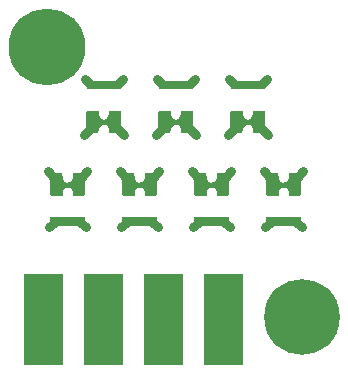
<source format=gbr>
G04 start of page 5 for group -4063 idx -4063 *
G04 Title: LED carrier v. 0.1, componentmask *
G04 Creator: pcb 1.99x *
G04 CreationDate: Sat Jul 25 11:21:37 2009 UTC *
G04 For: davidellsworth *
G04 Format: Gerber/RS-274X *
G04 PCB-Dimensions: 120000 122000 *
G04 PCB-Coordinate-Origin: lower left *
%MOIN*%
%FSLAX24Y24*%
%LNFRONTMASK*%
%ADD16C,0.0150*%
%ADD19C,0.0290*%
%ADD21C,0.0080*%
%ADD22R,0.0380X0.0380*%
%ADD23C,0.0050*%
%ADD24C,0.0020*%
%ADD25C,0.0100*%
%ADD26C,0.2520*%
%ADD27C,0.2560*%
%ADD28R,0.1320X0.1320*%
%ADD29R,0.0280X0.0280*%
G54D26*X10100Y1600D03*
G54D27*X1600Y10600D03*
G54D28*X1500Y2350D02*Y650D01*
X3500Y2350D02*Y650D01*
X5500Y2350D02*Y650D01*
X7500Y2350D02*Y650D01*
G54D19*X7560Y4740D02*X7720Y4580D01*
G54D29*X7210Y4770D02*X7530D01*
G54D19*X9960Y4740D02*X10120Y4580D01*
G54D29*X9610Y4770D02*X9930D01*
G54D19*X8870Y4580D02*X9030Y4740D01*
G54D29*X9060Y4770D02*X9380D01*
G54D19*X6470Y4580D02*X6630Y4740D01*
G54D29*X6660Y4770D02*X6980D01*
G54D19*X5160Y4740D02*X5320Y4580D01*
G54D29*X4810Y4770D02*X5130D01*
G54D19*X4070Y4580D02*X4230Y4740D01*
X2760D02*X2920Y4580D01*
G54D29*X2410Y4770D02*X2730D01*
G54D19*X1670Y4580D02*X1830Y4740D01*
G54D29*X1860Y4770D02*X2180D01*
X4260D02*X4580D01*
G54D19*X6340Y7880D02*X6570Y7650D01*
G54D21*X6120Y8310D02*Y7760D01*
G54D22*X6280Y8270D02*Y7910D01*
G54D21*X6460Y8420D02*Y7820D01*
G54D23*X6060Y8210D02*X6110Y8340D01*
G54D24*X6090Y8450D02*Y7810D01*
G54D23*X6070Y7970D02*X6120Y7840D01*
G54D19*X6370Y9360D02*X6530Y9520D01*
G54D29*X6020Y9330D02*X6340D01*
G54D19*X7680Y9520D02*X7840Y9360D01*
G54D29*X7870Y9330D02*X8190D01*
G54D19*X8770Y9360D02*X8930Y9520D01*
G54D29*X8420Y9330D02*X8740D01*
G54D19*X5280Y9520D02*X5440Y9360D01*
G54D29*X5470Y9330D02*X5790D01*
G54D19*X2880Y9520D02*X3040Y9360D01*
G54D29*X3070Y9330D02*X3390D01*
G54D19*X3970Y9360D02*X4130Y9520D01*
G54D29*X3620Y9330D02*X3940D01*
G54D19*X5240Y7650D02*X5470Y7880D01*
G54D21*X5350Y8420D02*Y7800D01*
G54D22*X5530Y8270D02*Y7910D01*
G54D24*X5720Y8450D02*Y7810D01*
G54D21*X5690Y8380D02*Y7760D01*
G54D23*X5770Y8010D02*X5920Y8070D01*
G54D25*X6010Y8060D02*X6110Y7970D01*
G54D23*X5910Y8060D02*X6060Y8010D01*
X5700Y8330D02*X5750Y8210D01*
G54D25*X5670Y8270D02*X5800Y8140D01*
X5700Y7960D02*X5800Y8060D01*
G54D23*X5700Y7860D02*X5750Y8000D01*
G54D24*X6090Y8450D02*Y7820D01*
G54D23*X5900Y8140D02*X6050Y8190D01*
G54D16*X5710Y8100D02*X6100D01*
G54D23*X5770Y8190D02*X5920Y8140D01*
G54D25*X6010D02*X6110Y8240D01*
G54D16*X8110Y8100D02*X8500D01*
G54D25*X8410Y8140D02*X8510Y8240D01*
G54D23*X8170Y8190D02*X8320Y8140D01*
G54D21*X8090Y8380D02*Y7760D01*
G54D24*X8490Y8450D02*Y7810D01*
G54D23*X8470Y7970D02*X8520Y7840D01*
G54D21*X2950Y8420D02*Y7800D01*
G54D19*X2840Y7650D02*X3070Y7880D01*
G54D23*X3300Y8330D02*X3350Y8210D01*
G54D25*X3270Y8270D02*X3400Y8140D01*
G54D22*X3130Y8270D02*Y7910D01*
G54D24*X3320Y8450D02*Y7810D01*
G54D21*X3290Y8380D02*Y7760D01*
G54D23*X3370Y8010D02*X3520Y8070D01*
X3510Y8060D02*X3660Y8010D01*
G54D25*X3300Y7960D02*X3400Y8060D01*
G54D23*X3300Y7860D02*X3350Y8000D01*
G54D16*X3310Y8100D02*X3700D01*
G54D23*X3370Y8190D02*X3520Y8140D01*
G54D21*X4060Y8420D02*Y7820D01*
G54D19*X3940Y7880D02*X4170Y7650D01*
G54D22*X3880Y8270D02*Y7910D01*
G54D21*X3720Y8310D02*Y7760D01*
G54D25*X3610Y8060D02*X3710Y7970D01*
G54D23*X3670D02*X3720Y7840D01*
G54D24*X3690Y8450D02*Y7820D01*
G54D23*X3660Y8210D02*X3710Y8340D01*
X3500Y8140D02*X3650Y8190D01*
G54D25*X3610Y8140D02*X3710Y8240D01*
G54D24*X3690Y8450D02*Y7810D01*
G54D21*X5250Y6300D02*Y5680D01*
G54D19*X5130Y6220D02*X5360Y6450D01*
G54D23*X4850Y5890D02*X4900Y5770D01*
G54D25*X4800Y5960D02*X4930Y5830D01*
G54D22*X5070Y6190D02*Y5830D01*
G54D24*X4880Y6290D02*Y5650D01*
G54D21*X4910Y6340D02*Y5720D01*
G54D23*X4680Y6030D02*X4830Y6090D01*
X4540D02*X4690Y6040D01*
G54D25*X4800D02*X4900Y6140D01*
G54D23*X4850Y6100D02*X4900Y6240D01*
G54D16*X4500Y6000D02*X4890D01*
G54D23*X4680Y5960D02*X4830Y5910D01*
G54D21*X4140Y6280D02*Y5680D01*
G54D19*X4030Y6450D02*X4260Y6220D01*
G54D22*X4320Y6190D02*Y5830D01*
G54D21*X4480Y6340D02*Y5790D01*
G54D25*X4490Y6130D02*X4590Y6040D01*
G54D23*X4480Y6260D02*X4530Y6130D01*
G54D24*X4510Y6280D02*Y5650D01*
G54D23*X4490Y5760D02*X4540Y5890D01*
X4550Y5910D02*X4700Y5960D01*
G54D25*X4490Y5860D02*X4590Y5960D01*
G54D24*X4510Y6290D02*Y5650D01*
G54D21*X2850Y6300D02*Y5680D01*
G54D19*X2730Y6220D02*X2960Y6450D01*
G54D23*X2450Y5890D02*X2500Y5770D01*
G54D25*X2400Y5960D02*X2530Y5830D01*
G54D22*X2670Y6190D02*Y5830D01*
G54D24*X2480Y6290D02*Y5650D01*
G54D21*X2510Y6340D02*Y5720D01*
G54D23*X2280Y6030D02*X2430Y6090D01*
X2140D02*X2290Y6040D01*
G54D25*X2400D02*X2500Y6140D01*
G54D23*X2450Y6100D02*X2500Y6240D01*
G54D16*X2100Y6000D02*X2490D01*
G54D23*X2280Y5960D02*X2430Y5910D01*
G54D21*X1740Y6280D02*Y5680D01*
G54D19*X1630Y6450D02*X1860Y6220D01*
G54D22*X1920Y6190D02*Y5830D01*
G54D21*X2080Y6340D02*Y5790D01*
G54D25*X2090Y6130D02*X2190Y6040D01*
G54D23*X2080Y6260D02*X2130Y6130D01*
G54D24*X2110Y6280D02*Y5650D01*
G54D23*X2090Y5760D02*X2140Y5890D01*
X2150Y5910D02*X2300Y5960D01*
G54D25*X2090Y5860D02*X2190Y5960D01*
G54D24*X2110Y6290D02*Y5650D01*
G54D19*X6430Y6450D02*X6660Y6220D01*
X7530D02*X7760Y6450D01*
G54D23*X7250Y6100D02*X7300Y6240D01*
X6880Y6260D02*X6930Y6130D01*
G54D21*X7650Y6300D02*Y5680D01*
G54D22*X7470Y6190D02*Y5830D01*
G54D24*X7280Y6290D02*Y5650D01*
G54D21*X7310Y6340D02*Y5720D01*
G54D23*X7080Y6030D02*X7230Y6090D01*
X6940D02*X7090Y6040D01*
G54D25*X7200D02*X7300Y6140D01*
G54D16*X6900Y6000D02*X7290D01*
G54D23*X7080Y5960D02*X7230Y5910D01*
G54D21*X6540Y6280D02*Y5680D01*
G54D22*X6720Y6190D02*Y5830D01*
G54D21*X6880Y6340D02*Y5790D01*
G54D25*X6890Y6130D02*X6990Y6040D01*
G54D23*X7250Y5890D02*X7300Y5770D01*
G54D25*X7200Y5960D02*X7330Y5830D01*
G54D24*X6910Y6280D02*Y5650D01*
G54D23*X6890Y5760D02*X6940Y5890D01*
X6950Y5910D02*X7100Y5960D01*
G54D25*X6890Y5860D02*X6990Y5960D01*
G54D24*X6910Y6290D02*Y5650D01*
G54D21*X10050Y6300D02*Y5680D01*
G54D19*X9930Y6220D02*X10160Y6450D01*
G54D22*X9870Y6190D02*Y5830D01*
G54D19*X8830Y6450D02*X9060Y6220D01*
G54D22*X9120Y6190D02*Y5830D01*
G54D21*X8940Y6280D02*Y5680D01*
G54D23*X9290Y5760D02*X9340Y5890D01*
G54D24*X9310Y6290D02*Y5650D01*
G54D23*X9280Y6260D02*X9330Y6130D01*
G54D21*X9280Y6340D02*Y5790D01*
G54D24*X9310Y6280D02*Y5650D01*
G54D25*X9290Y6130D02*X9390Y6040D01*
G54D23*X9340Y6090D02*X9490Y6040D01*
X9350Y5910D02*X9500Y5960D01*
G54D25*X9290Y5860D02*X9390Y5960D01*
G54D23*X9650Y5890D02*X9700Y5770D01*
X9480Y6030D02*X9630Y6090D01*
G54D25*X9600Y6040D02*X9700Y6140D01*
G54D23*X9650Y6100D02*X9700Y6240D01*
G54D16*X9300Y6000D02*X9690D01*
G54D23*X9480Y5960D02*X9630Y5910D01*
G54D25*X9600Y5960D02*X9730Y5830D01*
G54D24*X9680Y6290D02*Y5650D01*
G54D21*X9710Y6340D02*Y5720D01*
X7750Y8420D02*Y7800D01*
G54D19*X7640Y7650D02*X7870Y7880D01*
G54D23*X8170Y8010D02*X8320Y8070D01*
G54D21*X8520Y8310D02*Y7760D01*
G54D24*X8490Y8450D02*Y7820D01*
G54D25*X8410Y8060D02*X8510Y7970D01*
G54D21*X8860Y8420D02*Y7820D01*
G54D19*X8740Y7880D02*X8970Y7650D01*
G54D22*X8680Y8270D02*Y7910D01*
G54D23*X8310Y8060D02*X8460Y8010D01*
X8300Y8140D02*X8450Y8190D01*
X8460Y8210D02*X8510Y8340D01*
X8100Y8330D02*X8150Y8210D01*
G54D22*X7930Y8270D02*Y7910D01*
G54D25*X8100Y7960D02*X8200Y8060D01*
G54D23*X8100Y7860D02*X8150Y8000D01*
G54D25*X8070Y8270D02*X8200Y8140D01*
G54D24*X8120Y8450D02*Y7810D01*
M02*

</source>
